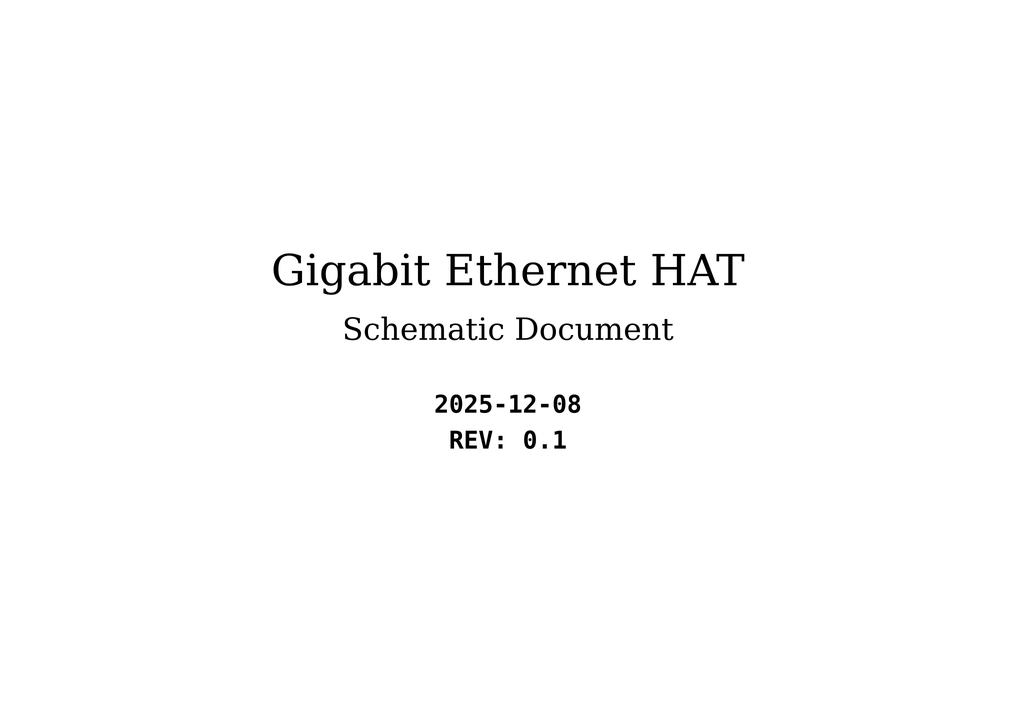
<source format=kicad_sch>
(kicad_sch
	(version 20250114)
	(generator "eeschema")
	(generator_version "9.0")
	(uuid "76c5a74b-68e9-432e-b83d-af6df3f9ddee")
	(paper "A4")
	(lib_symbols)
	(text "REV: 0.1"
		(exclude_from_sim no)
		(at 147.32 129.54 0)
		(effects
			(font
				(face "Courier New")
				(size 5.08 5.08)
				(bold yes)
				(color 0 0 0 1)
			)
		)
		(uuid "1e16dbf3-91af-41c3-b6e0-b4d7227c57a4")
	)
	(text "2025-12-08"
		(exclude_from_sim no)
		(at 147.32 119.126 0)
		(effects
			(font
				(face "Courier New")
				(size 5.08 5.08)
				(thickness 0.508)
				(bold yes)
				(color 0 0 0 1)
			)
		)
		(uuid "39e171c2-5e54-4663-a97c-18c8451ce486")
	)
	(text "Gigabit Ethernet HAT"
		(exclude_from_sim no)
		(at 147.32 81.534 0)
		(effects
			(font
				(face "Times New Roman")
				(size 8.89 8.89)
				(color 0 0 0 1)
			)
		)
		(uuid "556492df-88b7-4faa-a694-628d9c649e78")
	)
	(text "Schematic Document\n"
		(exclude_from_sim no)
		(at 147.32 97.79 0)
		(effects
			(font
				(face "Times New Roman")
				(size 6.35 6.35)
				(color 0 0 0 1)
			)
		)
		(uuid "f549c3ee-9848-45cd-92a7-d34cbc0ff802")
	)
	(sheet_instances
		(path "/"
			(page "1")
		)
	)
	(embedded_fonts no)
)

</source>
